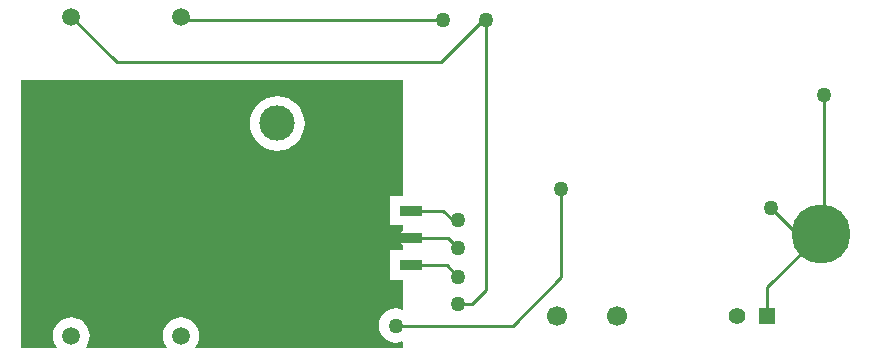
<source format=gbl>
G04*
G04 #@! TF.GenerationSoftware,Altium Limited,Altium Designer,19.0.13 (425)*
G04*
G04 Layer_Physical_Order=2*
G04 Layer_Color=16711680*
%FSLAX25Y25*%
%MOIN*%
G70*
G01*
G75*
%ADD15C,0.01000*%
%ADD44C,0.06693*%
%ADD45C,0.05512*%
%ADD46R,0.05512X0.05512*%
%ADD47C,0.05906*%
%ADD48C,0.19685*%
%ADD49C,0.11811*%
%ADD50C,0.05000*%
%ADD51R,0.07480X0.12598*%
%ADD52R,0.07480X0.03543*%
G36*
X167870Y91347D02*
X163594D01*
Y81504D01*
X167870D01*
Y79958D01*
X167296Y79211D01*
X166929Y78323D01*
X166803Y77370D01*
X166929Y76417D01*
X167296Y75529D01*
X167870Y74782D01*
Y73236D01*
X163594D01*
Y63394D01*
X167870D01*
Y53694D01*
X167454Y53416D01*
X166928Y53634D01*
X165453Y53828D01*
X163978Y53634D01*
X162604Y53065D01*
X161423Y52159D01*
X160518Y50979D01*
X159949Y49605D01*
X159754Y48130D01*
X159949Y46655D01*
X160518Y45281D01*
X161423Y44101D01*
X162604Y43195D01*
X163978Y42626D01*
X165453Y42432D01*
X166928Y42626D01*
X167454Y42844D01*
X167870Y42566D01*
Y40474D01*
X98864D01*
X98650Y40926D01*
X98969Y41314D01*
X99535Y42374D01*
X99884Y43524D01*
X100002Y44721D01*
X99884Y45917D01*
X99535Y47067D01*
X98969Y48127D01*
X98206Y49056D01*
X97277Y49819D01*
X96217Y50386D01*
X95066Y50735D01*
X93870Y50852D01*
X92674Y50735D01*
X91523Y50386D01*
X90463Y49819D01*
X89534Y49056D01*
X88772Y48127D01*
X88205Y47067D01*
X87856Y45917D01*
X87738Y44721D01*
X87856Y43524D01*
X88205Y42374D01*
X88772Y41314D01*
X89090Y40926D01*
X88876Y40474D01*
X62364D01*
X62150Y40926D01*
X62469Y41314D01*
X63035Y42374D01*
X63384Y43524D01*
X63502Y44721D01*
X63384Y45917D01*
X63035Y47067D01*
X62469Y48127D01*
X61706Y49056D01*
X60777Y49819D01*
X59717Y50386D01*
X58566Y50735D01*
X57370Y50852D01*
X56174Y50735D01*
X55023Y50386D01*
X53963Y49819D01*
X53034Y49056D01*
X52272Y48127D01*
X51705Y47067D01*
X51356Y45917D01*
X51238Y44721D01*
X51356Y43524D01*
X51705Y42374D01*
X52272Y41314D01*
X52590Y40926D01*
X52376Y40474D01*
X40474D01*
Y129870D01*
X167870D01*
Y91347D01*
D02*
G37*
%LPC*%
G36*
X125984Y124595D02*
X124209Y124420D01*
X122502Y123902D01*
X120929Y123061D01*
X119550Y121930D01*
X118419Y120551D01*
X117578Y118978D01*
X117060Y117271D01*
X116885Y115496D01*
X117060Y113721D01*
X117578Y112014D01*
X118419Y110441D01*
X119550Y109062D01*
X120929Y107930D01*
X122502Y107089D01*
X124209Y106571D01*
X125984Y106397D01*
X127759Y106571D01*
X129466Y107089D01*
X131039Y107930D01*
X132418Y109062D01*
X133550Y110441D01*
X134391Y112014D01*
X134908Y113721D01*
X135083Y115496D01*
X134908Y117271D01*
X134391Y118978D01*
X133550Y120551D01*
X132418Y121930D01*
X131039Y123061D01*
X129466Y123902D01*
X127759Y124420D01*
X125984Y124595D01*
D02*
G37*
%LPD*%
D15*
X95016Y149874D02*
X180276D01*
X93870Y151020D02*
X95016Y149874D01*
X299311Y78740D02*
X307087D01*
X290650Y87402D02*
X299311Y78740D01*
X307087D02*
X308366Y80020D01*
Y125000D01*
X289193Y60847D02*
X307087Y78740D01*
X289193Y51378D02*
Y60847D01*
X182870Y77370D02*
X186370Y73870D01*
X182425Y68315D02*
X186370Y64370D01*
Y55370D02*
X190870D01*
X165453Y48130D02*
X204528D01*
X195433Y59934D02*
Y149874D01*
X190870Y55370D02*
X195433Y59934D01*
X204528Y48130D02*
X220669Y64272D01*
Y93799D01*
X72520Y135870D02*
X180610D01*
X57370Y151020D02*
X72520Y135870D01*
X170484Y68315D02*
X182425D01*
X170484Y77370D02*
X182870D01*
X186370Y82370D02*
Y83370D01*
X185870Y81870D02*
X186370Y82370D01*
X181315Y86425D02*
X185870Y81870D01*
X170484Y86425D02*
X181315D01*
X180717Y135870D02*
X194720Y149874D01*
X195433D01*
D44*
X219193Y51378D02*
D03*
X239193D02*
D03*
D45*
X279193D02*
D03*
D46*
X289193D02*
D03*
D47*
X93870Y44721D02*
D03*
Y151020D02*
D03*
X57370Y44721D02*
D03*
Y151020D02*
D03*
D48*
X307087Y78740D02*
D03*
D49*
X125984Y115496D02*
D03*
D50*
X181102Y149874D02*
D03*
X165453Y48130D02*
D03*
X308366Y125000D02*
D03*
X290650Y87402D02*
D03*
X186370Y73870D02*
D03*
Y64370D02*
D03*
Y55370D02*
D03*
X220669Y93799D02*
D03*
X186370Y83370D02*
D03*
X195433Y149874D02*
D03*
D51*
X147256Y77370D02*
D03*
D52*
X170484Y68315D02*
D03*
Y77370D02*
D03*
Y86425D02*
D03*
M02*

</source>
